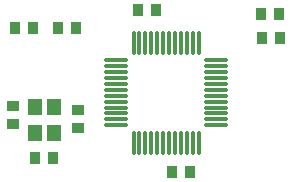
<source format=gtp>
G04*
G04 #@! TF.GenerationSoftware,Altium Limited,Altium Designer,19.0.4 (130)*
G04*
G04 Layer_Color=8421504*
%FSLAX44Y44*%
%MOMM*%
G71*
G01*
G75*
%ADD17R,0.9300X0.9800*%
%ADD18O,2.1000X0.3000*%
%ADD19O,0.3000X2.1000*%
%ADD20R,1.1500X1.4000*%
%ADD21R,0.9800X0.9300*%
D17*
X197700Y43000D02*
D03*
X182300D02*
D03*
X81629Y55000D02*
D03*
X66229D02*
D03*
X64229Y165000D02*
D03*
X48829D02*
D03*
X168700Y180000D02*
D03*
X153300D02*
D03*
X85229Y165000D02*
D03*
X100629D02*
D03*
X258300Y156000D02*
D03*
X273700Y156000D02*
D03*
X273000Y177000D02*
D03*
X257600D02*
D03*
D18*
X134730Y137500D02*
D03*
Y132500D02*
D03*
Y127500D02*
D03*
Y122500D02*
D03*
Y117500D02*
D03*
Y112500D02*
D03*
Y107500D02*
D03*
Y102500D02*
D03*
Y97500D02*
D03*
Y92500D02*
D03*
Y87500D02*
D03*
Y82500D02*
D03*
X219016D02*
D03*
X219016Y87500D02*
D03*
Y92500D02*
D03*
X219016Y97500D02*
D03*
Y102500D02*
D03*
Y107500D02*
D03*
Y112500D02*
D03*
Y117500D02*
D03*
X219016Y122500D02*
D03*
Y127500D02*
D03*
X219016Y132500D02*
D03*
Y137500D02*
D03*
D19*
X149500Y67730D02*
D03*
X154500D02*
D03*
X159500D02*
D03*
X164500D02*
D03*
X169500D02*
D03*
X174500D02*
D03*
X179500D02*
D03*
X184500D02*
D03*
X189500D02*
D03*
X194500D02*
D03*
X199500D02*
D03*
X204500D02*
D03*
Y152270D02*
D03*
X199500D02*
D03*
X194500D02*
D03*
X189500D02*
D03*
X184500D02*
D03*
X179500D02*
D03*
X174500D02*
D03*
X169500D02*
D03*
X164500D02*
D03*
X159500D02*
D03*
X154500D02*
D03*
X149500D02*
D03*
D20*
X66229Y98000D02*
D03*
X82229Y76000D02*
D03*
X66229D02*
D03*
X82229Y98000D02*
D03*
D21*
X47229Y98700D02*
D03*
Y83300D02*
D03*
X102229Y95700D02*
D03*
X102229Y80300D02*
D03*
M02*

</source>
